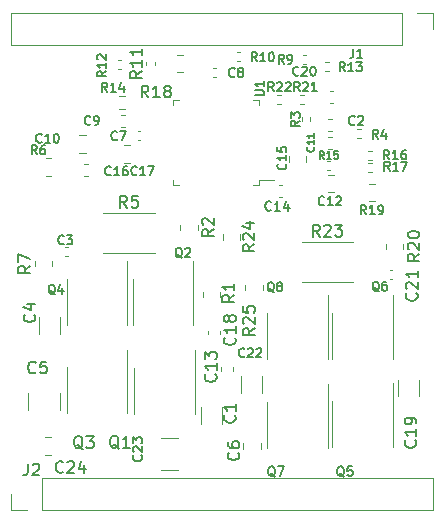
<source format=gbr>
%TF.GenerationSoftware,KiCad,Pcbnew,(6.0.4-0)*%
%TF.CreationDate,2022-08-06T12:57:23-04:00*%
%TF.ProjectId,QuarkCncStepperDrivers,51756172-6b43-46e6-9353-746570706572,rev?*%
%TF.SameCoordinates,Original*%
%TF.FileFunction,Legend,Top*%
%TF.FilePolarity,Positive*%
%FSLAX46Y46*%
G04 Gerber Fmt 4.6, Leading zero omitted, Abs format (unit mm)*
G04 Created by KiCad (PCBNEW (6.0.4-0)) date 2022-08-06 12:57:23*
%MOMM*%
%LPD*%
G01*
G04 APERTURE LIST*
%ADD10C,0.150000*%
%ADD11C,0.120000*%
G04 APERTURE END LIST*
D10*
%TO.C,R24*%
X120849626Y-123002857D02*
X120373436Y-123336190D01*
X120849626Y-123574285D02*
X119849626Y-123574285D01*
X119849626Y-123193333D01*
X119897246Y-123098095D01*
X119944865Y-123050476D01*
X120040103Y-123002857D01*
X120182960Y-123002857D01*
X120278198Y-123050476D01*
X120325817Y-123098095D01*
X120373436Y-123193333D01*
X120373436Y-123574285D01*
X119944865Y-122621904D02*
X119897246Y-122574285D01*
X119849626Y-122479047D01*
X119849626Y-122240952D01*
X119897246Y-122145714D01*
X119944865Y-122098095D01*
X120040103Y-122050476D01*
X120135341Y-122050476D01*
X120278198Y-122098095D01*
X120849626Y-122669523D01*
X120849626Y-122050476D01*
X120182960Y-121193333D02*
X120849626Y-121193333D01*
X119802007Y-121431428D02*
X120516293Y-121669523D01*
X120516293Y-121050476D01*
%TO.C,C4*%
X102211142Y-128944666D02*
X102258761Y-128992285D01*
X102306380Y-129135142D01*
X102306380Y-129230380D01*
X102258761Y-129373238D01*
X102163523Y-129468476D01*
X102068285Y-129516095D01*
X101877809Y-129563714D01*
X101734952Y-129563714D01*
X101544476Y-129516095D01*
X101449238Y-129468476D01*
X101354000Y-129373238D01*
X101306380Y-129230380D01*
X101306380Y-129135142D01*
X101354000Y-128992285D01*
X101401619Y-128944666D01*
X101639714Y-128087523D02*
X102306380Y-128087523D01*
X101258761Y-128325619D02*
X101973047Y-128563714D01*
X101973047Y-127944666D01*
%TO.C,C9*%
X106959400Y-112794142D02*
X106923114Y-112830428D01*
X106814257Y-112866714D01*
X106741685Y-112866714D01*
X106632828Y-112830428D01*
X106560257Y-112757857D01*
X106523971Y-112685285D01*
X106487685Y-112540142D01*
X106487685Y-112431285D01*
X106523971Y-112286142D01*
X106560257Y-112213571D01*
X106632828Y-112141000D01*
X106741685Y-112104714D01*
X106814257Y-112104714D01*
X106923114Y-112141000D01*
X106959400Y-112177285D01*
X107322257Y-112866714D02*
X107467400Y-112866714D01*
X107539971Y-112830428D01*
X107576257Y-112794142D01*
X107648828Y-112685285D01*
X107685114Y-112540142D01*
X107685114Y-112249857D01*
X107648828Y-112177285D01*
X107612542Y-112141000D01*
X107539971Y-112104714D01*
X107394828Y-112104714D01*
X107322257Y-112141000D01*
X107285971Y-112177285D01*
X107249685Y-112249857D01*
X107249685Y-112431285D01*
X107285971Y-112503857D01*
X107322257Y-112540142D01*
X107394828Y-112576428D01*
X107539971Y-112576428D01*
X107612542Y-112540142D01*
X107648828Y-112503857D01*
X107685114Y-112431285D01*
%TO.C,C19*%
X134469142Y-139580857D02*
X134516761Y-139628476D01*
X134564380Y-139771333D01*
X134564380Y-139866571D01*
X134516761Y-140009428D01*
X134421523Y-140104666D01*
X134326285Y-140152285D01*
X134135809Y-140199904D01*
X133992952Y-140199904D01*
X133802476Y-140152285D01*
X133707238Y-140104666D01*
X133612000Y-140009428D01*
X133564380Y-139866571D01*
X133564380Y-139771333D01*
X133612000Y-139628476D01*
X133659619Y-139580857D01*
X134564380Y-138628476D02*
X134564380Y-139199904D01*
X134564380Y-138914190D02*
X133564380Y-138914190D01*
X133707238Y-139009428D01*
X133802476Y-139104666D01*
X133850095Y-139199904D01*
X134564380Y-138152285D02*
X134564380Y-137961809D01*
X134516761Y-137866571D01*
X134469142Y-137818952D01*
X134326285Y-137723714D01*
X134135809Y-137676095D01*
X133754857Y-137676095D01*
X133659619Y-137723714D01*
X133612000Y-137771333D01*
X133564380Y-137866571D01*
X133564380Y-138057047D01*
X133612000Y-138152285D01*
X133659619Y-138199904D01*
X133754857Y-138247523D01*
X133992952Y-138247523D01*
X134088190Y-138199904D01*
X134135809Y-138152285D01*
X134183428Y-138057047D01*
X134183428Y-137866571D01*
X134135809Y-137771333D01*
X134088190Y-137723714D01*
X133992952Y-137676095D01*
%TO.C,Q7*%
X122605809Y-142678095D02*
X122529619Y-142640000D01*
X122453428Y-142563809D01*
X122339142Y-142449523D01*
X122262952Y-142411428D01*
X122186761Y-142411428D01*
X122224857Y-142601904D02*
X122148666Y-142563809D01*
X122072476Y-142487619D01*
X122034380Y-142335238D01*
X122034380Y-142068571D01*
X122072476Y-141916190D01*
X122148666Y-141840000D01*
X122224857Y-141801904D01*
X122377238Y-141801904D01*
X122453428Y-141840000D01*
X122529619Y-141916190D01*
X122567714Y-142068571D01*
X122567714Y-142335238D01*
X122529619Y-142487619D01*
X122453428Y-142563809D01*
X122377238Y-142601904D01*
X122224857Y-142601904D01*
X122834380Y-141801904D02*
X123367714Y-141801904D01*
X123024857Y-142601904D01*
%TO.C,C6*%
X119483142Y-140628666D02*
X119530761Y-140676285D01*
X119578380Y-140819142D01*
X119578380Y-140914380D01*
X119530761Y-141057238D01*
X119435523Y-141152476D01*
X119340285Y-141200095D01*
X119149809Y-141247714D01*
X119006952Y-141247714D01*
X118816476Y-141200095D01*
X118721238Y-141152476D01*
X118626000Y-141057238D01*
X118578380Y-140914380D01*
X118578380Y-140819142D01*
X118626000Y-140676285D01*
X118673619Y-140628666D01*
X118578380Y-139771523D02*
X118578380Y-139962000D01*
X118626000Y-140057238D01*
X118673619Y-140104857D01*
X118816476Y-140200095D01*
X119006952Y-140247714D01*
X119387904Y-140247714D01*
X119483142Y-140200095D01*
X119530761Y-140152476D01*
X119578380Y-140057238D01*
X119578380Y-139866761D01*
X119530761Y-139771523D01*
X119483142Y-139723904D01*
X119387904Y-139676285D01*
X119149809Y-139676285D01*
X119054571Y-139723904D01*
X119006952Y-139771523D01*
X118959333Y-139866761D01*
X118959333Y-140057238D01*
X119006952Y-140152476D01*
X119054571Y-140200095D01*
X119149809Y-140247714D01*
%TO.C,C13*%
X117554388Y-134002857D02*
X117602007Y-134050476D01*
X117649626Y-134193333D01*
X117649626Y-134288571D01*
X117602007Y-134431428D01*
X117506769Y-134526666D01*
X117411531Y-134574285D01*
X117221055Y-134621904D01*
X117078198Y-134621904D01*
X116887722Y-134574285D01*
X116792484Y-134526666D01*
X116697246Y-134431428D01*
X116649626Y-134288571D01*
X116649626Y-134193333D01*
X116697246Y-134050476D01*
X116744865Y-134002857D01*
X117649626Y-133050476D02*
X117649626Y-133621904D01*
X117649626Y-133336190D02*
X116649626Y-133336190D01*
X116792484Y-133431428D01*
X116887722Y-133526666D01*
X116935341Y-133621904D01*
X116649626Y-132717142D02*
X116649626Y-132098095D01*
X117030579Y-132431428D01*
X117030579Y-132288571D01*
X117078198Y-132193333D01*
X117125817Y-132145714D01*
X117221055Y-132098095D01*
X117459150Y-132098095D01*
X117554388Y-132145714D01*
X117602007Y-132193333D01*
X117649626Y-132288571D01*
X117649626Y-132574285D01*
X117602007Y-132669523D01*
X117554388Y-132717142D01*
%TO.C,Q2*%
X114735428Y-124140685D02*
X114662857Y-124104400D01*
X114590285Y-124031828D01*
X114481428Y-123922971D01*
X114408857Y-123886685D01*
X114336285Y-123886685D01*
X114372571Y-124068114D02*
X114300000Y-124031828D01*
X114227428Y-123959257D01*
X114191142Y-123814114D01*
X114191142Y-123560114D01*
X114227428Y-123414971D01*
X114300000Y-123342400D01*
X114372571Y-123306114D01*
X114517714Y-123306114D01*
X114590285Y-123342400D01*
X114662857Y-123414971D01*
X114699142Y-123560114D01*
X114699142Y-123814114D01*
X114662857Y-123959257D01*
X114590285Y-124031828D01*
X114517714Y-124068114D01*
X114372571Y-124068114D01*
X114989428Y-123378685D02*
X115025714Y-123342400D01*
X115098285Y-123306114D01*
X115279714Y-123306114D01*
X115352285Y-123342400D01*
X115388571Y-123378685D01*
X115424857Y-123451257D01*
X115424857Y-123523828D01*
X115388571Y-123632685D01*
X114953142Y-124068114D01*
X115424857Y-124068114D01*
%TO.C,Q1*%
X109378761Y-140307619D02*
X109283523Y-140260000D01*
X109188285Y-140164761D01*
X109045428Y-140021904D01*
X108950190Y-139974285D01*
X108854952Y-139974285D01*
X108902571Y-140212380D02*
X108807333Y-140164761D01*
X108712095Y-140069523D01*
X108664476Y-139879047D01*
X108664476Y-139545714D01*
X108712095Y-139355238D01*
X108807333Y-139260000D01*
X108902571Y-139212380D01*
X109093047Y-139212380D01*
X109188285Y-139260000D01*
X109283523Y-139355238D01*
X109331142Y-139545714D01*
X109331142Y-139879047D01*
X109283523Y-140069523D01*
X109188285Y-140164761D01*
X109093047Y-140212380D01*
X108902571Y-140212380D01*
X110283523Y-140212380D02*
X109712095Y-140212380D01*
X109997809Y-140212380D02*
X109997809Y-139212380D01*
X109902571Y-139355238D01*
X109807333Y-139450476D01*
X109712095Y-139498095D01*
%TO.C,C14*%
X122269314Y-120072114D02*
X122231219Y-120110209D01*
X122116933Y-120148304D01*
X122040742Y-120148304D01*
X121926457Y-120110209D01*
X121850266Y-120034019D01*
X121812171Y-119957828D01*
X121774076Y-119805447D01*
X121774076Y-119691161D01*
X121812171Y-119538780D01*
X121850266Y-119462590D01*
X121926457Y-119386400D01*
X122040742Y-119348304D01*
X122116933Y-119348304D01*
X122231219Y-119386400D01*
X122269314Y-119424495D01*
X123031219Y-120148304D02*
X122574076Y-120148304D01*
X122802647Y-120148304D02*
X122802647Y-119348304D01*
X122726457Y-119462590D01*
X122650266Y-119538780D01*
X122574076Y-119576876D01*
X123716933Y-119614971D02*
X123716933Y-120148304D01*
X123526457Y-119310209D02*
X123335980Y-119881638D01*
X123831219Y-119881638D01*
%TO.C,C5*%
X102322333Y-133834142D02*
X102274714Y-133881761D01*
X102131857Y-133929380D01*
X102036619Y-133929380D01*
X101893761Y-133881761D01*
X101798523Y-133786523D01*
X101750904Y-133691285D01*
X101703285Y-133500809D01*
X101703285Y-133357952D01*
X101750904Y-133167476D01*
X101798523Y-133072238D01*
X101893761Y-132977000D01*
X102036619Y-132929380D01*
X102131857Y-132929380D01*
X102274714Y-132977000D01*
X102322333Y-133024619D01*
X103227095Y-132929380D02*
X102750904Y-132929380D01*
X102703285Y-133405571D01*
X102750904Y-133357952D01*
X102846142Y-133310333D01*
X103084238Y-133310333D01*
X103179476Y-133357952D01*
X103227095Y-133405571D01*
X103274714Y-133500809D01*
X103274714Y-133738904D01*
X103227095Y-133834142D01*
X103179476Y-133881761D01*
X103084238Y-133929380D01*
X102846142Y-133929380D01*
X102750904Y-133881761D01*
X102703285Y-133834142D01*
%TO.C,R3*%
X124677714Y-112547400D02*
X124314857Y-112801400D01*
X124677714Y-112982828D02*
X123915714Y-112982828D01*
X123915714Y-112692542D01*
X123952000Y-112619971D01*
X123988285Y-112583685D01*
X124060857Y-112547400D01*
X124169714Y-112547400D01*
X124242285Y-112583685D01*
X124278571Y-112619971D01*
X124314857Y-112692542D01*
X124314857Y-112982828D01*
X123915714Y-112293400D02*
X123915714Y-111821685D01*
X124206000Y-112075685D01*
X124206000Y-111966828D01*
X124242285Y-111894257D01*
X124278571Y-111857971D01*
X124351142Y-111821685D01*
X124532571Y-111821685D01*
X124605142Y-111857971D01*
X124641428Y-111894257D01*
X124677714Y-111966828D01*
X124677714Y-112184542D01*
X124641428Y-112257114D01*
X124605142Y-112293400D01*
%TO.C,J1*%
X129235200Y-106440514D02*
X129235200Y-106984800D01*
X129198914Y-107093657D01*
X129126342Y-107166228D01*
X129017485Y-107202514D01*
X128944914Y-107202514D01*
X129997200Y-107202514D02*
X129561771Y-107202514D01*
X129779485Y-107202514D02*
X129779485Y-106440514D01*
X129706914Y-106549371D01*
X129634342Y-106621942D01*
X129561771Y-106658228D01*
%TO.C,Q8*%
X122507828Y-127036285D02*
X122435257Y-127000000D01*
X122362685Y-126927428D01*
X122253828Y-126818571D01*
X122181257Y-126782285D01*
X122108685Y-126782285D01*
X122144971Y-126963714D02*
X122072400Y-126927428D01*
X121999828Y-126854857D01*
X121963542Y-126709714D01*
X121963542Y-126455714D01*
X121999828Y-126310571D01*
X122072400Y-126238000D01*
X122144971Y-126201714D01*
X122290114Y-126201714D01*
X122362685Y-126238000D01*
X122435257Y-126310571D01*
X122471542Y-126455714D01*
X122471542Y-126709714D01*
X122435257Y-126854857D01*
X122362685Y-126927428D01*
X122290114Y-126963714D01*
X122144971Y-126963714D01*
X122906971Y-126528285D02*
X122834400Y-126492000D01*
X122798114Y-126455714D01*
X122761828Y-126383142D01*
X122761828Y-126346857D01*
X122798114Y-126274285D01*
X122834400Y-126238000D01*
X122906971Y-126201714D01*
X123052114Y-126201714D01*
X123124685Y-126238000D01*
X123160971Y-126274285D01*
X123197257Y-126346857D01*
X123197257Y-126383142D01*
X123160971Y-126455714D01*
X123124685Y-126492000D01*
X123052114Y-126528285D01*
X122906971Y-126528285D01*
X122834400Y-126564571D01*
X122798114Y-126600857D01*
X122761828Y-126673428D01*
X122761828Y-126818571D01*
X122798114Y-126891142D01*
X122834400Y-126927428D01*
X122906971Y-126963714D01*
X123052114Y-126963714D01*
X123124685Y-126927428D01*
X123160971Y-126891142D01*
X123197257Y-126818571D01*
X123197257Y-126673428D01*
X123160971Y-126600857D01*
X123124685Y-126564571D01*
X123052114Y-126528285D01*
%TO.C,C15*%
X123487542Y-116186857D02*
X123523828Y-116223142D01*
X123560114Y-116332000D01*
X123560114Y-116404571D01*
X123523828Y-116513428D01*
X123451257Y-116586000D01*
X123378685Y-116622285D01*
X123233542Y-116658571D01*
X123124685Y-116658571D01*
X122979542Y-116622285D01*
X122906971Y-116586000D01*
X122834400Y-116513428D01*
X122798114Y-116404571D01*
X122798114Y-116332000D01*
X122834400Y-116223142D01*
X122870685Y-116186857D01*
X123560114Y-115461142D02*
X123560114Y-115896571D01*
X123560114Y-115678857D02*
X122798114Y-115678857D01*
X122906971Y-115751428D01*
X122979542Y-115824000D01*
X123015828Y-115896571D01*
X122798114Y-114771714D02*
X122798114Y-115134571D01*
X123160971Y-115170857D01*
X123124685Y-115134571D01*
X123088400Y-115062000D01*
X123088400Y-114880571D01*
X123124685Y-114808000D01*
X123160971Y-114771714D01*
X123233542Y-114735428D01*
X123414971Y-114735428D01*
X123487542Y-114771714D01*
X123523828Y-114808000D01*
X123560114Y-114880571D01*
X123560114Y-115062000D01*
X123523828Y-115134571D01*
X123487542Y-115170857D01*
%TO.C,J2*%
X101647666Y-141565380D02*
X101647666Y-142279666D01*
X101600047Y-142422523D01*
X101504809Y-142517761D01*
X101361952Y-142565380D01*
X101266714Y-142565380D01*
X102076238Y-141660619D02*
X102123857Y-141613000D01*
X102219095Y-141565380D01*
X102457190Y-141565380D01*
X102552428Y-141613000D01*
X102600047Y-141660619D01*
X102647666Y-141755857D01*
X102647666Y-141851095D01*
X102600047Y-141993952D01*
X102028619Y-142565380D01*
X102647666Y-142565380D01*
%TO.C,C1*%
X119177142Y-137466667D02*
X119224761Y-137514286D01*
X119272380Y-137657143D01*
X119272380Y-137752381D01*
X119224761Y-137895239D01*
X119129523Y-137990477D01*
X119034285Y-138038096D01*
X118843809Y-138085715D01*
X118700952Y-138085715D01*
X118510476Y-138038096D01*
X118415238Y-137990477D01*
X118320000Y-137895239D01*
X118272380Y-137752381D01*
X118272380Y-137657143D01*
X118320000Y-137514286D01*
X118367619Y-137466667D01*
X119272380Y-136514286D02*
X119272380Y-137085715D01*
X119272380Y-136800001D02*
X118272380Y-136800001D01*
X118415238Y-136895239D01*
X118510476Y-136990477D01*
X118558095Y-137085715D01*
%TO.C,R4*%
X131318000Y-114035114D02*
X131064000Y-113672257D01*
X130882571Y-114035114D02*
X130882571Y-113273114D01*
X131172857Y-113273114D01*
X131245428Y-113309400D01*
X131281714Y-113345685D01*
X131318000Y-113418257D01*
X131318000Y-113527114D01*
X131281714Y-113599685D01*
X131245428Y-113635971D01*
X131172857Y-113672257D01*
X130882571Y-113672257D01*
X131971142Y-113527114D02*
X131971142Y-114035114D01*
X131789714Y-113236828D02*
X131608285Y-113781114D01*
X132080000Y-113781114D01*
%TO.C,Q6*%
X131397828Y-126985485D02*
X131325257Y-126949200D01*
X131252685Y-126876628D01*
X131143828Y-126767771D01*
X131071257Y-126731485D01*
X130998685Y-126731485D01*
X131034971Y-126912914D02*
X130962400Y-126876628D01*
X130889828Y-126804057D01*
X130853542Y-126658914D01*
X130853542Y-126404914D01*
X130889828Y-126259771D01*
X130962400Y-126187200D01*
X131034971Y-126150914D01*
X131180114Y-126150914D01*
X131252685Y-126187200D01*
X131325257Y-126259771D01*
X131361542Y-126404914D01*
X131361542Y-126658914D01*
X131325257Y-126804057D01*
X131252685Y-126876628D01*
X131180114Y-126912914D01*
X131034971Y-126912914D01*
X132014685Y-126150914D02*
X131869542Y-126150914D01*
X131796971Y-126187200D01*
X131760685Y-126223485D01*
X131688114Y-126332342D01*
X131651828Y-126477485D01*
X131651828Y-126767771D01*
X131688114Y-126840342D01*
X131724400Y-126876628D01*
X131796971Y-126912914D01*
X131942114Y-126912914D01*
X132014685Y-126876628D01*
X132050971Y-126840342D01*
X132087257Y-126767771D01*
X132087257Y-126586342D01*
X132050971Y-126513771D01*
X132014685Y-126477485D01*
X131942114Y-126441200D01*
X131796971Y-126441200D01*
X131724400Y-126477485D01*
X131688114Y-126513771D01*
X131651828Y-126586342D01*
%TO.C,R20*%
X134822380Y-123802857D02*
X134346190Y-124136190D01*
X134822380Y-124374285D02*
X133822380Y-124374285D01*
X133822380Y-123993333D01*
X133870000Y-123898095D01*
X133917619Y-123850476D01*
X134012857Y-123802857D01*
X134155714Y-123802857D01*
X134250952Y-123850476D01*
X134298571Y-123898095D01*
X134346190Y-123993333D01*
X134346190Y-124374285D01*
X133917619Y-123421904D02*
X133870000Y-123374285D01*
X133822380Y-123279047D01*
X133822380Y-123040952D01*
X133870000Y-122945714D01*
X133917619Y-122898095D01*
X134012857Y-122850476D01*
X134108095Y-122850476D01*
X134250952Y-122898095D01*
X134822380Y-123469523D01*
X134822380Y-122850476D01*
X133822380Y-122231428D02*
X133822380Y-122136190D01*
X133870000Y-122040952D01*
X133917619Y-121993333D01*
X134012857Y-121945714D01*
X134203333Y-121898095D01*
X134441428Y-121898095D01*
X134631904Y-121945714D01*
X134727142Y-121993333D01*
X134774761Y-122040952D01*
X134822380Y-122136190D01*
X134822380Y-122231428D01*
X134774761Y-122326666D01*
X134727142Y-122374285D01*
X134631904Y-122421904D01*
X134441428Y-122469523D01*
X134203333Y-122469523D01*
X134012857Y-122421904D01*
X133917619Y-122374285D01*
X133870000Y-122326666D01*
X133822380Y-122231428D01*
%TO.C,R15*%
X126744185Y-115755661D02*
X126532519Y-115453280D01*
X126381328Y-115755661D02*
X126381328Y-115120661D01*
X126623233Y-115120661D01*
X126683709Y-115150900D01*
X126713947Y-115181138D01*
X126744185Y-115241614D01*
X126744185Y-115332328D01*
X126713947Y-115392804D01*
X126683709Y-115423042D01*
X126623233Y-115453280D01*
X126381328Y-115453280D01*
X127348947Y-115755661D02*
X126986090Y-115755661D01*
X127167519Y-115755661D02*
X127167519Y-115120661D01*
X127107042Y-115211376D01*
X127046566Y-115271852D01*
X126986090Y-115302090D01*
X127923471Y-115120661D02*
X127621090Y-115120661D01*
X127590852Y-115423042D01*
X127621090Y-115392804D01*
X127681566Y-115362566D01*
X127832757Y-115362566D01*
X127893233Y-115392804D01*
X127923471Y-115423042D01*
X127953709Y-115483519D01*
X127953709Y-115634709D01*
X127923471Y-115695185D01*
X127893233Y-115725423D01*
X127832757Y-115755661D01*
X127681566Y-115755661D01*
X127621090Y-115725423D01*
X127590852Y-115695185D01*
%TO.C,C18*%
X119177142Y-130902858D02*
X119224761Y-130950477D01*
X119272380Y-131093334D01*
X119272380Y-131188572D01*
X119224761Y-131331429D01*
X119129523Y-131426667D01*
X119034285Y-131474286D01*
X118843809Y-131521905D01*
X118700952Y-131521905D01*
X118510476Y-131474286D01*
X118415238Y-131426667D01*
X118320000Y-131331429D01*
X118272380Y-131188572D01*
X118272380Y-131093334D01*
X118320000Y-130950477D01*
X118367619Y-130902858D01*
X119272380Y-129950477D02*
X119272380Y-130521905D01*
X119272380Y-130236191D02*
X118272380Y-130236191D01*
X118415238Y-130331429D01*
X118510476Y-130426667D01*
X118558095Y-130521905D01*
X118700952Y-129379048D02*
X118653333Y-129474286D01*
X118605714Y-129521905D01*
X118510476Y-129569524D01*
X118462857Y-129569524D01*
X118367619Y-129521905D01*
X118320000Y-129474286D01*
X118272380Y-129379048D01*
X118272380Y-129188572D01*
X118320000Y-129093334D01*
X118367619Y-129045715D01*
X118462857Y-128998096D01*
X118510476Y-128998096D01*
X118605714Y-129045715D01*
X118653333Y-129093334D01*
X118700952Y-129188572D01*
X118700952Y-129379048D01*
X118748571Y-129474286D01*
X118796190Y-129521905D01*
X118891428Y-129569524D01*
X119081904Y-129569524D01*
X119177142Y-129521905D01*
X119224761Y-129474286D01*
X119272380Y-129379048D01*
X119272380Y-129188572D01*
X119224761Y-129093334D01*
X119177142Y-129045715D01*
X119081904Y-128998096D01*
X118891428Y-128998096D01*
X118796190Y-129045715D01*
X118748571Y-129093334D01*
X118700952Y-129188572D01*
%TO.C,R12*%
X108294714Y-108338257D02*
X107931857Y-108592257D01*
X108294714Y-108773685D02*
X107532714Y-108773685D01*
X107532714Y-108483400D01*
X107569000Y-108410828D01*
X107605285Y-108374542D01*
X107677857Y-108338257D01*
X107786714Y-108338257D01*
X107859285Y-108374542D01*
X107895571Y-108410828D01*
X107931857Y-108483400D01*
X107931857Y-108773685D01*
X108294714Y-107612542D02*
X108294714Y-108047971D01*
X108294714Y-107830257D02*
X107532714Y-107830257D01*
X107641571Y-107902828D01*
X107714142Y-107975400D01*
X107750428Y-108047971D01*
X107605285Y-107322257D02*
X107569000Y-107285971D01*
X107532714Y-107213400D01*
X107532714Y-107031971D01*
X107569000Y-106959400D01*
X107605285Y-106923114D01*
X107677857Y-106886828D01*
X107750428Y-106886828D01*
X107859285Y-106923114D01*
X108294714Y-107358542D01*
X108294714Y-106886828D01*
%TO.C,C21*%
X134577141Y-127134857D02*
X134624760Y-127182476D01*
X134672379Y-127325333D01*
X134672379Y-127420571D01*
X134624760Y-127563428D01*
X134529522Y-127658666D01*
X134434284Y-127706285D01*
X134243808Y-127753904D01*
X134100951Y-127753904D01*
X133910475Y-127706285D01*
X133815237Y-127658666D01*
X133719999Y-127563428D01*
X133672379Y-127420571D01*
X133672379Y-127325333D01*
X133719999Y-127182476D01*
X133767618Y-127134857D01*
X133767618Y-126753904D02*
X133719999Y-126706285D01*
X133672379Y-126611047D01*
X133672379Y-126372952D01*
X133719999Y-126277714D01*
X133767618Y-126230095D01*
X133862856Y-126182476D01*
X133958094Y-126182476D01*
X134100951Y-126230095D01*
X134672379Y-126801523D01*
X134672379Y-126182476D01*
X134672379Y-125230095D02*
X134672379Y-125801523D01*
X134672379Y-125515809D02*
X133672379Y-125515809D01*
X133815237Y-125611047D01*
X133910475Y-125706285D01*
X133958094Y-125801523D01*
%TO.C,C22*%
X120015103Y-132467857D02*
X119979388Y-132503571D01*
X119872246Y-132539285D01*
X119800817Y-132539285D01*
X119693674Y-132503571D01*
X119622246Y-132432142D01*
X119586531Y-132360714D01*
X119550817Y-132217857D01*
X119550817Y-132110714D01*
X119586531Y-131967857D01*
X119622246Y-131896428D01*
X119693674Y-131825000D01*
X119800817Y-131789285D01*
X119872246Y-131789285D01*
X119979388Y-131825000D01*
X120015103Y-131860714D01*
X120300817Y-131860714D02*
X120336531Y-131825000D01*
X120407960Y-131789285D01*
X120586531Y-131789285D01*
X120657960Y-131825000D01*
X120693674Y-131860714D01*
X120729388Y-131932142D01*
X120729388Y-132003571D01*
X120693674Y-132110714D01*
X120265103Y-132539285D01*
X120729388Y-132539285D01*
X121015103Y-131860714D02*
X121050817Y-131825000D01*
X121122246Y-131789285D01*
X121300817Y-131789285D01*
X121372246Y-131825000D01*
X121407960Y-131860714D01*
X121443674Y-131932142D01*
X121443674Y-132003571D01*
X121407960Y-132110714D01*
X120979388Y-132539285D01*
X121443674Y-132539285D01*
%TO.C,R5*%
X110069333Y-119879380D02*
X109736000Y-119403190D01*
X109497904Y-119879380D02*
X109497904Y-118879380D01*
X109878857Y-118879380D01*
X109974095Y-118927000D01*
X110021714Y-118974619D01*
X110069333Y-119069857D01*
X110069333Y-119212714D01*
X110021714Y-119307952D01*
X109974095Y-119355571D01*
X109878857Y-119403190D01*
X109497904Y-119403190D01*
X110974095Y-118879380D02*
X110497904Y-118879380D01*
X110450285Y-119355571D01*
X110497904Y-119307952D01*
X110593142Y-119260333D01*
X110831238Y-119260333D01*
X110926476Y-119307952D01*
X110974095Y-119355571D01*
X111021714Y-119450809D01*
X111021714Y-119688904D01*
X110974095Y-119784142D01*
X110926476Y-119831761D01*
X110831238Y-119879380D01*
X110593142Y-119879380D01*
X110497904Y-119831761D01*
X110450285Y-119784142D01*
%TO.C,R13*%
X128516742Y-108345514D02*
X128262742Y-107982657D01*
X128081314Y-108345514D02*
X128081314Y-107583514D01*
X128371600Y-107583514D01*
X128444171Y-107619800D01*
X128480457Y-107656085D01*
X128516742Y-107728657D01*
X128516742Y-107837514D01*
X128480457Y-107910085D01*
X128444171Y-107946371D01*
X128371600Y-107982657D01*
X128081314Y-107982657D01*
X129242457Y-108345514D02*
X128807028Y-108345514D01*
X129024742Y-108345514D02*
X129024742Y-107583514D01*
X128952171Y-107692371D01*
X128879600Y-107764942D01*
X128807028Y-107801228D01*
X129496457Y-107583514D02*
X129968171Y-107583514D01*
X129714171Y-107873800D01*
X129823028Y-107873800D01*
X129895600Y-107910085D01*
X129931885Y-107946371D01*
X129968171Y-108018942D01*
X129968171Y-108200371D01*
X129931885Y-108272942D01*
X129895600Y-108309228D01*
X129823028Y-108345514D01*
X129605314Y-108345514D01*
X129532742Y-108309228D01*
X129496457Y-108272942D01*
%TO.C,R23*%
X126387142Y-122337380D02*
X126053809Y-121861190D01*
X125815714Y-122337380D02*
X125815714Y-121337380D01*
X126196666Y-121337380D01*
X126291904Y-121385000D01*
X126339523Y-121432619D01*
X126387142Y-121527857D01*
X126387142Y-121670714D01*
X126339523Y-121765952D01*
X126291904Y-121813571D01*
X126196666Y-121861190D01*
X125815714Y-121861190D01*
X126768095Y-121432619D02*
X126815714Y-121385000D01*
X126910952Y-121337380D01*
X127149047Y-121337380D01*
X127244285Y-121385000D01*
X127291904Y-121432619D01*
X127339523Y-121527857D01*
X127339523Y-121623095D01*
X127291904Y-121765952D01*
X126720476Y-122337380D01*
X127339523Y-122337380D01*
X127672857Y-121337380D02*
X128291904Y-121337380D01*
X127958571Y-121718333D01*
X128101428Y-121718333D01*
X128196666Y-121765952D01*
X128244285Y-121813571D01*
X128291904Y-121908809D01*
X128291904Y-122146904D01*
X128244285Y-122242142D01*
X128196666Y-122289761D01*
X128101428Y-122337380D01*
X127815714Y-122337380D01*
X127720476Y-122289761D01*
X127672857Y-122242142D01*
%TO.C,R9*%
X123342400Y-107685114D02*
X123088400Y-107322257D01*
X122906971Y-107685114D02*
X122906971Y-106923114D01*
X123197257Y-106923114D01*
X123269828Y-106959400D01*
X123306114Y-106995685D01*
X123342400Y-107068257D01*
X123342400Y-107177114D01*
X123306114Y-107249685D01*
X123269828Y-107285971D01*
X123197257Y-107322257D01*
X122906971Y-107322257D01*
X123705257Y-107685114D02*
X123850400Y-107685114D01*
X123922971Y-107648828D01*
X123959257Y-107612542D01*
X124031828Y-107503685D01*
X124068114Y-107358542D01*
X124068114Y-107068257D01*
X124031828Y-106995685D01*
X123995542Y-106959400D01*
X123922971Y-106923114D01*
X123777828Y-106923114D01*
X123705257Y-106959400D01*
X123668971Y-106995685D01*
X123632685Y-107068257D01*
X123632685Y-107249685D01*
X123668971Y-107322257D01*
X123705257Y-107358542D01*
X123777828Y-107394828D01*
X123922971Y-107394828D01*
X123995542Y-107358542D01*
X124031828Y-107322257D01*
X124068114Y-107249685D01*
%TO.C,C23*%
X111283714Y-140849285D02*
X111321809Y-140887380D01*
X111359904Y-141001666D01*
X111359904Y-141077857D01*
X111321809Y-141192142D01*
X111245619Y-141268333D01*
X111169428Y-141306428D01*
X111017047Y-141344523D01*
X110902761Y-141344523D01*
X110750380Y-141306428D01*
X110674190Y-141268333D01*
X110598000Y-141192142D01*
X110559904Y-141077857D01*
X110559904Y-141001666D01*
X110598000Y-140887380D01*
X110636095Y-140849285D01*
X110636095Y-140544523D02*
X110598000Y-140506428D01*
X110559904Y-140430238D01*
X110559904Y-140239761D01*
X110598000Y-140163571D01*
X110636095Y-140125476D01*
X110712285Y-140087380D01*
X110788476Y-140087380D01*
X110902761Y-140125476D01*
X111359904Y-140582619D01*
X111359904Y-140087380D01*
X110559904Y-139820714D02*
X110559904Y-139325476D01*
X110864666Y-139592142D01*
X110864666Y-139477857D01*
X110902761Y-139401666D01*
X110940857Y-139363571D01*
X111017047Y-139325476D01*
X111207523Y-139325476D01*
X111283714Y-139363571D01*
X111321809Y-139401666D01*
X111359904Y-139477857D01*
X111359904Y-139706428D01*
X111321809Y-139782619D01*
X111283714Y-139820714D01*
%TO.C,C2*%
X129336800Y-112819542D02*
X129300514Y-112855828D01*
X129191657Y-112892114D01*
X129119085Y-112892114D01*
X129010228Y-112855828D01*
X128937657Y-112783257D01*
X128901371Y-112710685D01*
X128865085Y-112565542D01*
X128865085Y-112456685D01*
X128901371Y-112311542D01*
X128937657Y-112238971D01*
X129010228Y-112166400D01*
X129119085Y-112130114D01*
X129191657Y-112130114D01*
X129300514Y-112166400D01*
X129336800Y-112202685D01*
X129627085Y-112202685D02*
X129663371Y-112166400D01*
X129735942Y-112130114D01*
X129917371Y-112130114D01*
X129989942Y-112166400D01*
X130026228Y-112202685D01*
X130062514Y-112275257D01*
X130062514Y-112347828D01*
X130026228Y-112456685D01*
X129590800Y-112892114D01*
X130062514Y-112892114D01*
%TO.C,C17*%
X110889142Y-117061342D02*
X110852857Y-117097628D01*
X110744000Y-117133914D01*
X110671428Y-117133914D01*
X110562571Y-117097628D01*
X110490000Y-117025057D01*
X110453714Y-116952485D01*
X110417428Y-116807342D01*
X110417428Y-116698485D01*
X110453714Y-116553342D01*
X110490000Y-116480771D01*
X110562571Y-116408200D01*
X110671428Y-116371914D01*
X110744000Y-116371914D01*
X110852857Y-116408200D01*
X110889142Y-116444485D01*
X111614857Y-117133914D02*
X111179428Y-117133914D01*
X111397142Y-117133914D02*
X111397142Y-116371914D01*
X111324571Y-116480771D01*
X111252000Y-116553342D01*
X111179428Y-116589628D01*
X111868857Y-116371914D02*
X112376857Y-116371914D01*
X112050285Y-117133914D01*
%TO.C,C12*%
X126764142Y-119626742D02*
X126727857Y-119663028D01*
X126619000Y-119699314D01*
X126546428Y-119699314D01*
X126437571Y-119663028D01*
X126365000Y-119590457D01*
X126328714Y-119517885D01*
X126292428Y-119372742D01*
X126292428Y-119263885D01*
X126328714Y-119118742D01*
X126365000Y-119046171D01*
X126437571Y-118973600D01*
X126546428Y-118937314D01*
X126619000Y-118937314D01*
X126727857Y-118973600D01*
X126764142Y-119009885D01*
X127489857Y-119699314D02*
X127054428Y-119699314D01*
X127272142Y-119699314D02*
X127272142Y-118937314D01*
X127199571Y-119046171D01*
X127127000Y-119118742D01*
X127054428Y-119155028D01*
X127780142Y-119009885D02*
X127816428Y-118973600D01*
X127889000Y-118937314D01*
X128070428Y-118937314D01*
X128143000Y-118973600D01*
X128179285Y-119009885D01*
X128215571Y-119082457D01*
X128215571Y-119155028D01*
X128179285Y-119263885D01*
X127743857Y-119699314D01*
X128215571Y-119699314D01*
%TO.C,C3*%
X104724200Y-122928742D02*
X104687914Y-122965028D01*
X104579057Y-123001314D01*
X104506485Y-123001314D01*
X104397628Y-122965028D01*
X104325057Y-122892457D01*
X104288771Y-122819885D01*
X104252485Y-122674742D01*
X104252485Y-122565885D01*
X104288771Y-122420742D01*
X104325057Y-122348171D01*
X104397628Y-122275600D01*
X104506485Y-122239314D01*
X104579057Y-122239314D01*
X104687914Y-122275600D01*
X104724200Y-122311885D01*
X104978200Y-122239314D02*
X105449914Y-122239314D01*
X105195914Y-122529600D01*
X105304771Y-122529600D01*
X105377342Y-122565885D01*
X105413628Y-122602171D01*
X105449914Y-122674742D01*
X105449914Y-122856171D01*
X105413628Y-122928742D01*
X105377342Y-122965028D01*
X105304771Y-123001314D01*
X105087057Y-123001314D01*
X105014485Y-122965028D01*
X104978200Y-122928742D01*
%TO.C,C20*%
X124579742Y-108628542D02*
X124543457Y-108664828D01*
X124434600Y-108701114D01*
X124362028Y-108701114D01*
X124253171Y-108664828D01*
X124180600Y-108592257D01*
X124144314Y-108519685D01*
X124108028Y-108374542D01*
X124108028Y-108265685D01*
X124144314Y-108120542D01*
X124180600Y-108047971D01*
X124253171Y-107975400D01*
X124362028Y-107939114D01*
X124434600Y-107939114D01*
X124543457Y-107975400D01*
X124579742Y-108011685D01*
X124870028Y-108011685D02*
X124906314Y-107975400D01*
X124978885Y-107939114D01*
X125160314Y-107939114D01*
X125232885Y-107975400D01*
X125269171Y-108011685D01*
X125305457Y-108084257D01*
X125305457Y-108156828D01*
X125269171Y-108265685D01*
X124833742Y-108701114D01*
X125305457Y-108701114D01*
X125777171Y-107939114D02*
X125849742Y-107939114D01*
X125922314Y-107975400D01*
X125958600Y-108011685D01*
X125994885Y-108084257D01*
X126031171Y-108229400D01*
X126031171Y-108410828D01*
X125994885Y-108555971D01*
X125958600Y-108628542D01*
X125922314Y-108664828D01*
X125849742Y-108701114D01*
X125777171Y-108701114D01*
X125704600Y-108664828D01*
X125668314Y-108628542D01*
X125632028Y-108555971D01*
X125595742Y-108410828D01*
X125595742Y-108229400D01*
X125632028Y-108084257D01*
X125668314Y-108011685D01*
X125704600Y-107975400D01*
X125777171Y-107939114D01*
%TO.C,R2*%
X117422380Y-121726666D02*
X116946190Y-122060000D01*
X117422380Y-122298095D02*
X116422380Y-122298095D01*
X116422380Y-121917142D01*
X116470000Y-121821904D01*
X116517619Y-121774285D01*
X116612857Y-121726666D01*
X116755714Y-121726666D01*
X116850952Y-121774285D01*
X116898571Y-121821904D01*
X116946190Y-121917142D01*
X116946190Y-122298095D01*
X116517619Y-121345714D02*
X116470000Y-121298095D01*
X116422380Y-121202857D01*
X116422380Y-120964761D01*
X116470000Y-120869523D01*
X116517619Y-120821904D01*
X116612857Y-120774285D01*
X116708095Y-120774285D01*
X116850952Y-120821904D01*
X117422380Y-121393333D01*
X117422380Y-120774285D01*
%TO.C,R21*%
X124681342Y-110021914D02*
X124427342Y-109659057D01*
X124245914Y-110021914D02*
X124245914Y-109259914D01*
X124536200Y-109259914D01*
X124608771Y-109296200D01*
X124645057Y-109332485D01*
X124681342Y-109405057D01*
X124681342Y-109513914D01*
X124645057Y-109586485D01*
X124608771Y-109622771D01*
X124536200Y-109659057D01*
X124245914Y-109659057D01*
X124971628Y-109332485D02*
X125007914Y-109296200D01*
X125080485Y-109259914D01*
X125261914Y-109259914D01*
X125334485Y-109296200D01*
X125370771Y-109332485D01*
X125407057Y-109405057D01*
X125407057Y-109477628D01*
X125370771Y-109586485D01*
X124935342Y-110021914D01*
X125407057Y-110021914D01*
X126132771Y-110021914D02*
X125697342Y-110021914D01*
X125915057Y-110021914D02*
X125915057Y-109259914D01*
X125842485Y-109368771D01*
X125769914Y-109441342D01*
X125697342Y-109477628D01*
%TO.C,R7*%
X101872380Y-124811666D02*
X101396190Y-125145000D01*
X101872380Y-125383095D02*
X100872380Y-125383095D01*
X100872380Y-125002142D01*
X100920000Y-124906904D01*
X100967619Y-124859285D01*
X101062857Y-124811666D01*
X101205714Y-124811666D01*
X101300952Y-124859285D01*
X101348571Y-124906904D01*
X101396190Y-125002142D01*
X101396190Y-125383095D01*
X100872380Y-124478333D02*
X100872380Y-123811666D01*
X101872380Y-124240238D01*
%TO.C,Q5*%
X128447809Y-142678095D02*
X128371619Y-142640000D01*
X128295428Y-142563809D01*
X128181142Y-142449523D01*
X128104952Y-142411428D01*
X128028761Y-142411428D01*
X128066857Y-142601904D02*
X127990666Y-142563809D01*
X127914476Y-142487619D01*
X127876380Y-142335238D01*
X127876380Y-142068571D01*
X127914476Y-141916190D01*
X127990666Y-141840000D01*
X128066857Y-141801904D01*
X128219238Y-141801904D01*
X128295428Y-141840000D01*
X128371619Y-141916190D01*
X128409714Y-142068571D01*
X128409714Y-142335238D01*
X128371619Y-142487619D01*
X128295428Y-142563809D01*
X128219238Y-142601904D01*
X128066857Y-142601904D01*
X129133523Y-141801904D02*
X128752571Y-141801904D01*
X128714476Y-142182857D01*
X128752571Y-142144761D01*
X128828761Y-142106666D01*
X129019238Y-142106666D01*
X129095428Y-142144761D01*
X129133523Y-142182857D01*
X129171619Y-142259047D01*
X129171619Y-142449523D01*
X129133523Y-142525714D01*
X129095428Y-142563809D01*
X129019238Y-142601904D01*
X128828761Y-142601904D01*
X128752571Y-142563809D01*
X128714476Y-142525714D01*
%TO.C,C11*%
X125871514Y-114768085D02*
X125900542Y-114797114D01*
X125929571Y-114884200D01*
X125929571Y-114942257D01*
X125900542Y-115029342D01*
X125842485Y-115087400D01*
X125784428Y-115116428D01*
X125668314Y-115145457D01*
X125581228Y-115145457D01*
X125465114Y-115116428D01*
X125407057Y-115087400D01*
X125349000Y-115029342D01*
X125319971Y-114942257D01*
X125319971Y-114884200D01*
X125349000Y-114797114D01*
X125378028Y-114768085D01*
X125929571Y-114187514D02*
X125929571Y-114535857D01*
X125929571Y-114361685D02*
X125319971Y-114361685D01*
X125407057Y-114419742D01*
X125465114Y-114477800D01*
X125494142Y-114535857D01*
X125929571Y-113606942D02*
X125929571Y-113955285D01*
X125929571Y-113781114D02*
X125319971Y-113781114D01*
X125407057Y-113839171D01*
X125465114Y-113897228D01*
X125494142Y-113955285D01*
%TO.C,Q3*%
X106330761Y-140347619D02*
X106235523Y-140300000D01*
X106140285Y-140204761D01*
X105997428Y-140061904D01*
X105902190Y-140014285D01*
X105806952Y-140014285D01*
X105854571Y-140252380D02*
X105759333Y-140204761D01*
X105664095Y-140109523D01*
X105616476Y-139919047D01*
X105616476Y-139585714D01*
X105664095Y-139395238D01*
X105759333Y-139300000D01*
X105854571Y-139252380D01*
X106045047Y-139252380D01*
X106140285Y-139300000D01*
X106235523Y-139395238D01*
X106283142Y-139585714D01*
X106283142Y-139919047D01*
X106235523Y-140109523D01*
X106140285Y-140204761D01*
X106045047Y-140252380D01*
X105854571Y-140252380D01*
X106616476Y-139252380D02*
X107235523Y-139252380D01*
X106902190Y-139633333D01*
X107045047Y-139633333D01*
X107140285Y-139680952D01*
X107187904Y-139728571D01*
X107235523Y-139823809D01*
X107235523Y-140061904D01*
X107187904Y-140157142D01*
X107140285Y-140204761D01*
X107045047Y-140252380D01*
X106759333Y-140252380D01*
X106664095Y-140204761D01*
X106616476Y-140157142D01*
%TO.C,R19*%
X130320142Y-120435914D02*
X130066142Y-120073057D01*
X129884714Y-120435914D02*
X129884714Y-119673914D01*
X130175000Y-119673914D01*
X130247571Y-119710200D01*
X130283857Y-119746485D01*
X130320142Y-119819057D01*
X130320142Y-119927914D01*
X130283857Y-120000485D01*
X130247571Y-120036771D01*
X130175000Y-120073057D01*
X129884714Y-120073057D01*
X131045857Y-120435914D02*
X130610428Y-120435914D01*
X130828142Y-120435914D02*
X130828142Y-119673914D01*
X130755571Y-119782771D01*
X130683000Y-119855342D01*
X130610428Y-119891628D01*
X131408714Y-120435914D02*
X131553857Y-120435914D01*
X131626428Y-120399628D01*
X131662714Y-120363342D01*
X131735285Y-120254485D01*
X131771571Y-120109342D01*
X131771571Y-119819057D01*
X131735285Y-119746485D01*
X131699000Y-119710200D01*
X131626428Y-119673914D01*
X131481285Y-119673914D01*
X131408714Y-119710200D01*
X131372428Y-119746485D01*
X131336142Y-119819057D01*
X131336142Y-120000485D01*
X131372428Y-120073057D01*
X131408714Y-120109342D01*
X131481285Y-120145628D01*
X131626428Y-120145628D01*
X131699000Y-120109342D01*
X131735285Y-120073057D01*
X131771571Y-120000485D01*
%TO.C,Q4*%
X103965828Y-127239485D02*
X103893257Y-127203200D01*
X103820685Y-127130628D01*
X103711828Y-127021771D01*
X103639257Y-126985485D01*
X103566685Y-126985485D01*
X103602971Y-127166914D02*
X103530400Y-127130628D01*
X103457828Y-127058057D01*
X103421542Y-126912914D01*
X103421542Y-126658914D01*
X103457828Y-126513771D01*
X103530400Y-126441200D01*
X103602971Y-126404914D01*
X103748114Y-126404914D01*
X103820685Y-126441200D01*
X103893257Y-126513771D01*
X103929542Y-126658914D01*
X103929542Y-126912914D01*
X103893257Y-127058057D01*
X103820685Y-127130628D01*
X103748114Y-127166914D01*
X103602971Y-127166914D01*
X104582685Y-126658914D02*
X104582685Y-127166914D01*
X104401257Y-126368628D02*
X104219828Y-126912914D01*
X104691542Y-126912914D01*
%TO.C,R1*%
X119149626Y-127266666D02*
X118673436Y-127600000D01*
X119149626Y-127838095D02*
X118149626Y-127838095D01*
X118149626Y-127457142D01*
X118197246Y-127361904D01*
X118244865Y-127314285D01*
X118340103Y-127266666D01*
X118482960Y-127266666D01*
X118578198Y-127314285D01*
X118625817Y-127361904D01*
X118673436Y-127457142D01*
X118673436Y-127838095D01*
X119149626Y-126314285D02*
X119149626Y-126885714D01*
X119149626Y-126600000D02*
X118149626Y-126600000D01*
X118292484Y-126695238D01*
X118387722Y-126790476D01*
X118435341Y-126885714D01*
%TO.C,C7*%
X109220000Y-114114942D02*
X109183714Y-114151228D01*
X109074857Y-114187514D01*
X109002285Y-114187514D01*
X108893428Y-114151228D01*
X108820857Y-114078657D01*
X108784571Y-114006085D01*
X108748285Y-113860942D01*
X108748285Y-113752085D01*
X108784571Y-113606942D01*
X108820857Y-113534371D01*
X108893428Y-113461800D01*
X109002285Y-113425514D01*
X109074857Y-113425514D01*
X109183714Y-113461800D01*
X109220000Y-113498085D01*
X109474000Y-113425514D02*
X109982000Y-113425514D01*
X109655428Y-114187514D01*
%TO.C,R25*%
X120872380Y-130107857D02*
X120396190Y-130441190D01*
X120872380Y-130679285D02*
X119872380Y-130679285D01*
X119872380Y-130298333D01*
X119920000Y-130203095D01*
X119967619Y-130155476D01*
X120062857Y-130107857D01*
X120205714Y-130107857D01*
X120300952Y-130155476D01*
X120348571Y-130203095D01*
X120396190Y-130298333D01*
X120396190Y-130679285D01*
X119967619Y-129726904D02*
X119920000Y-129679285D01*
X119872380Y-129584047D01*
X119872380Y-129345952D01*
X119920000Y-129250714D01*
X119967619Y-129203095D01*
X120062857Y-129155476D01*
X120158095Y-129155476D01*
X120300952Y-129203095D01*
X120872380Y-129774523D01*
X120872380Y-129155476D01*
X119872380Y-128250714D02*
X119872380Y-128726904D01*
X120348571Y-128774523D01*
X120300952Y-128726904D01*
X120253333Y-128631666D01*
X120253333Y-128393571D01*
X120300952Y-128298333D01*
X120348571Y-128250714D01*
X120443809Y-128203095D01*
X120681904Y-128203095D01*
X120777142Y-128250714D01*
X120824761Y-128298333D01*
X120872380Y-128393571D01*
X120872380Y-128631666D01*
X120824761Y-128726904D01*
X120777142Y-128774523D01*
%TO.C,R18*%
X111879142Y-110561380D02*
X111545809Y-110085190D01*
X111307714Y-110561380D02*
X111307714Y-109561380D01*
X111688666Y-109561380D01*
X111783904Y-109609000D01*
X111831523Y-109656619D01*
X111879142Y-109751857D01*
X111879142Y-109894714D01*
X111831523Y-109989952D01*
X111783904Y-110037571D01*
X111688666Y-110085190D01*
X111307714Y-110085190D01*
X112831523Y-110561380D02*
X112260095Y-110561380D01*
X112545809Y-110561380D02*
X112545809Y-109561380D01*
X112450571Y-109704238D01*
X112355333Y-109799476D01*
X112260095Y-109847095D01*
X113402952Y-109989952D02*
X113307714Y-109942333D01*
X113260095Y-109894714D01*
X113212476Y-109799476D01*
X113212476Y-109751857D01*
X113260095Y-109656619D01*
X113307714Y-109609000D01*
X113402952Y-109561380D01*
X113593428Y-109561380D01*
X113688666Y-109609000D01*
X113736285Y-109656619D01*
X113783904Y-109751857D01*
X113783904Y-109799476D01*
X113736285Y-109894714D01*
X113688666Y-109942333D01*
X113593428Y-109989952D01*
X113402952Y-109989952D01*
X113307714Y-110037571D01*
X113260095Y-110085190D01*
X113212476Y-110180428D01*
X113212476Y-110370904D01*
X113260095Y-110466142D01*
X113307714Y-110513761D01*
X113402952Y-110561380D01*
X113593428Y-110561380D01*
X113688666Y-110513761D01*
X113736285Y-110466142D01*
X113783904Y-110370904D01*
X113783904Y-110180428D01*
X113736285Y-110085190D01*
X113688666Y-110037571D01*
X113593428Y-109989952D01*
%TO.C,C8*%
X119176800Y-108755542D02*
X119140514Y-108791828D01*
X119031657Y-108828114D01*
X118959085Y-108828114D01*
X118850228Y-108791828D01*
X118777657Y-108719257D01*
X118741371Y-108646685D01*
X118705085Y-108501542D01*
X118705085Y-108392685D01*
X118741371Y-108247542D01*
X118777657Y-108174971D01*
X118850228Y-108102400D01*
X118959085Y-108066114D01*
X119031657Y-108066114D01*
X119140514Y-108102400D01*
X119176800Y-108138685D01*
X119612228Y-108392685D02*
X119539657Y-108356400D01*
X119503371Y-108320114D01*
X119467085Y-108247542D01*
X119467085Y-108211257D01*
X119503371Y-108138685D01*
X119539657Y-108102400D01*
X119612228Y-108066114D01*
X119757371Y-108066114D01*
X119829942Y-108102400D01*
X119866228Y-108138685D01*
X119902514Y-108211257D01*
X119902514Y-108247542D01*
X119866228Y-108320114D01*
X119829942Y-108356400D01*
X119757371Y-108392685D01*
X119612228Y-108392685D01*
X119539657Y-108428971D01*
X119503371Y-108465257D01*
X119467085Y-108537828D01*
X119467085Y-108682971D01*
X119503371Y-108755542D01*
X119539657Y-108791828D01*
X119612228Y-108828114D01*
X119757371Y-108828114D01*
X119829942Y-108791828D01*
X119866228Y-108755542D01*
X119902514Y-108682971D01*
X119902514Y-108537828D01*
X119866228Y-108465257D01*
X119829942Y-108428971D01*
X119757371Y-108392685D01*
%TO.C,R17*%
X132301342Y-116752914D02*
X132047342Y-116390057D01*
X131865914Y-116752914D02*
X131865914Y-115990914D01*
X132156200Y-115990914D01*
X132228771Y-116027200D01*
X132265057Y-116063485D01*
X132301342Y-116136057D01*
X132301342Y-116244914D01*
X132265057Y-116317485D01*
X132228771Y-116353771D01*
X132156200Y-116390057D01*
X131865914Y-116390057D01*
X133027057Y-116752914D02*
X132591628Y-116752914D01*
X132809342Y-116752914D02*
X132809342Y-115990914D01*
X132736771Y-116099771D01*
X132664200Y-116172342D01*
X132591628Y-116208628D01*
X133281057Y-115990914D02*
X133789057Y-115990914D01*
X133462485Y-116752914D01*
%TO.C,R14*%
X108399942Y-110072714D02*
X108145942Y-109709857D01*
X107964514Y-110072714D02*
X107964514Y-109310714D01*
X108254800Y-109310714D01*
X108327371Y-109347000D01*
X108363657Y-109383285D01*
X108399942Y-109455857D01*
X108399942Y-109564714D01*
X108363657Y-109637285D01*
X108327371Y-109673571D01*
X108254800Y-109709857D01*
X107964514Y-109709857D01*
X109125657Y-110072714D02*
X108690228Y-110072714D01*
X108907942Y-110072714D02*
X108907942Y-109310714D01*
X108835371Y-109419571D01*
X108762800Y-109492142D01*
X108690228Y-109528428D01*
X109778800Y-109564714D02*
X109778800Y-110072714D01*
X109597371Y-109274428D02*
X109415942Y-109818714D01*
X109887657Y-109818714D01*
%TO.C,C10*%
X102837342Y-114318142D02*
X102801057Y-114354428D01*
X102692200Y-114390714D01*
X102619628Y-114390714D01*
X102510771Y-114354428D01*
X102438200Y-114281857D01*
X102401914Y-114209285D01*
X102365628Y-114064142D01*
X102365628Y-113955285D01*
X102401914Y-113810142D01*
X102438200Y-113737571D01*
X102510771Y-113665000D01*
X102619628Y-113628714D01*
X102692200Y-113628714D01*
X102801057Y-113665000D01*
X102837342Y-113701285D01*
X103563057Y-114390714D02*
X103127628Y-114390714D01*
X103345342Y-114390714D02*
X103345342Y-113628714D01*
X103272771Y-113737571D01*
X103200200Y-113810142D01*
X103127628Y-113846428D01*
X104034771Y-113628714D02*
X104107342Y-113628714D01*
X104179914Y-113665000D01*
X104216200Y-113701285D01*
X104252485Y-113773857D01*
X104288771Y-113919000D01*
X104288771Y-114100428D01*
X104252485Y-114245571D01*
X104216200Y-114318142D01*
X104179914Y-114354428D01*
X104107342Y-114390714D01*
X104034771Y-114390714D01*
X103962200Y-114354428D01*
X103925914Y-114318142D01*
X103889628Y-114245571D01*
X103853342Y-114100428D01*
X103853342Y-113919000D01*
X103889628Y-113773857D01*
X103925914Y-113701285D01*
X103962200Y-113665000D01*
X104034771Y-113628714D01*
%TO.C,R6*%
X102438200Y-115381314D02*
X102184200Y-115018457D01*
X102002771Y-115381314D02*
X102002771Y-114619314D01*
X102293057Y-114619314D01*
X102365628Y-114655600D01*
X102401914Y-114691885D01*
X102438200Y-114764457D01*
X102438200Y-114873314D01*
X102401914Y-114945885D01*
X102365628Y-114982171D01*
X102293057Y-115018457D01*
X102002771Y-115018457D01*
X103091342Y-114619314D02*
X102946200Y-114619314D01*
X102873628Y-114655600D01*
X102837342Y-114691885D01*
X102764771Y-114800742D01*
X102728485Y-114945885D01*
X102728485Y-115236171D01*
X102764771Y-115308742D01*
X102801057Y-115345028D01*
X102873628Y-115381314D01*
X103018771Y-115381314D01*
X103091342Y-115345028D01*
X103127628Y-115308742D01*
X103163914Y-115236171D01*
X103163914Y-115054742D01*
X103127628Y-114982171D01*
X103091342Y-114945885D01*
X103018771Y-114909600D01*
X102873628Y-114909600D01*
X102801057Y-114945885D01*
X102764771Y-114982171D01*
X102728485Y-115054742D01*
%TO.C,U1*%
X120918514Y-110384771D02*
X121535371Y-110384771D01*
X121607942Y-110348485D01*
X121644228Y-110312200D01*
X121680514Y-110239628D01*
X121680514Y-110094485D01*
X121644228Y-110021914D01*
X121607942Y-109985628D01*
X121535371Y-109949342D01*
X120918514Y-109949342D01*
X121680514Y-109187342D02*
X121680514Y-109622771D01*
X121680514Y-109405057D02*
X120918514Y-109405057D01*
X121027371Y-109477628D01*
X121099942Y-109550200D01*
X121136228Y-109622771D01*
%TO.C,C24*%
X104640142Y-142256142D02*
X104592523Y-142303761D01*
X104449666Y-142351380D01*
X104354428Y-142351380D01*
X104211571Y-142303761D01*
X104116333Y-142208523D01*
X104068714Y-142113285D01*
X104021095Y-141922809D01*
X104021095Y-141779952D01*
X104068714Y-141589476D01*
X104116333Y-141494238D01*
X104211571Y-141399000D01*
X104354428Y-141351380D01*
X104449666Y-141351380D01*
X104592523Y-141399000D01*
X104640142Y-141446619D01*
X105021095Y-141446619D02*
X105068714Y-141399000D01*
X105163952Y-141351380D01*
X105402047Y-141351380D01*
X105497285Y-141399000D01*
X105544904Y-141446619D01*
X105592523Y-141541857D01*
X105592523Y-141637095D01*
X105544904Y-141779952D01*
X104973476Y-142351380D01*
X105592523Y-142351380D01*
X106449666Y-141684714D02*
X106449666Y-142351380D01*
X106211571Y-141303761D02*
X105973476Y-142018047D01*
X106592523Y-142018047D01*
%TO.C,C16*%
X108679342Y-117086742D02*
X108643057Y-117123028D01*
X108534200Y-117159314D01*
X108461628Y-117159314D01*
X108352771Y-117123028D01*
X108280200Y-117050457D01*
X108243914Y-116977885D01*
X108207628Y-116832742D01*
X108207628Y-116723885D01*
X108243914Y-116578742D01*
X108280200Y-116506171D01*
X108352771Y-116433600D01*
X108461628Y-116397314D01*
X108534200Y-116397314D01*
X108643057Y-116433600D01*
X108679342Y-116469885D01*
X109405057Y-117159314D02*
X108969628Y-117159314D01*
X109187342Y-117159314D02*
X109187342Y-116397314D01*
X109114771Y-116506171D01*
X109042200Y-116578742D01*
X108969628Y-116615028D01*
X110058200Y-116397314D02*
X109913057Y-116397314D01*
X109840485Y-116433600D01*
X109804200Y-116469885D01*
X109731628Y-116578742D01*
X109695342Y-116723885D01*
X109695342Y-117014171D01*
X109731628Y-117086742D01*
X109767914Y-117123028D01*
X109840485Y-117159314D01*
X109985628Y-117159314D01*
X110058200Y-117123028D01*
X110094485Y-117086742D01*
X110130771Y-117014171D01*
X110130771Y-116832742D01*
X110094485Y-116760171D01*
X110058200Y-116723885D01*
X109985628Y-116687600D01*
X109840485Y-116687600D01*
X109767914Y-116723885D01*
X109731628Y-116760171D01*
X109695342Y-116832742D01*
%TO.C,R16*%
X132275942Y-115787714D02*
X132021942Y-115424857D01*
X131840514Y-115787714D02*
X131840514Y-115025714D01*
X132130800Y-115025714D01*
X132203371Y-115062000D01*
X132239657Y-115098285D01*
X132275942Y-115170857D01*
X132275942Y-115279714D01*
X132239657Y-115352285D01*
X132203371Y-115388571D01*
X132130800Y-115424857D01*
X131840514Y-115424857D01*
X133001657Y-115787714D02*
X132566228Y-115787714D01*
X132783942Y-115787714D02*
X132783942Y-115025714D01*
X132711371Y-115134571D01*
X132638800Y-115207142D01*
X132566228Y-115243428D01*
X133654800Y-115025714D02*
X133509657Y-115025714D01*
X133437085Y-115062000D01*
X133400800Y-115098285D01*
X133328228Y-115207142D01*
X133291942Y-115352285D01*
X133291942Y-115642571D01*
X133328228Y-115715142D01*
X133364514Y-115751428D01*
X133437085Y-115787714D01*
X133582228Y-115787714D01*
X133654800Y-115751428D01*
X133691085Y-115715142D01*
X133727371Y-115642571D01*
X133727371Y-115461142D01*
X133691085Y-115388571D01*
X133654800Y-115352285D01*
X133582228Y-115316000D01*
X133437085Y-115316000D01*
X133364514Y-115352285D01*
X133328228Y-115388571D01*
X133291942Y-115461142D01*
%TO.C,R10*%
X121049142Y-107507314D02*
X120795142Y-107144457D01*
X120613714Y-107507314D02*
X120613714Y-106745314D01*
X120904000Y-106745314D01*
X120976571Y-106781600D01*
X121012857Y-106817885D01*
X121049142Y-106890457D01*
X121049142Y-106999314D01*
X121012857Y-107071885D01*
X120976571Y-107108171D01*
X120904000Y-107144457D01*
X120613714Y-107144457D01*
X121774857Y-107507314D02*
X121339428Y-107507314D01*
X121557142Y-107507314D02*
X121557142Y-106745314D01*
X121484571Y-106854171D01*
X121412000Y-106926742D01*
X121339428Y-106963028D01*
X122246571Y-106745314D02*
X122319142Y-106745314D01*
X122391714Y-106781600D01*
X122428000Y-106817885D01*
X122464285Y-106890457D01*
X122500571Y-107035600D01*
X122500571Y-107217028D01*
X122464285Y-107362171D01*
X122428000Y-107434742D01*
X122391714Y-107471028D01*
X122319142Y-107507314D01*
X122246571Y-107507314D01*
X122174000Y-107471028D01*
X122137714Y-107434742D01*
X122101428Y-107362171D01*
X122065142Y-107217028D01*
X122065142Y-107035600D01*
X122101428Y-106890457D01*
X122137714Y-106817885D01*
X122174000Y-106781600D01*
X122246571Y-106745314D01*
%TO.C,R22*%
X122471542Y-110021914D02*
X122217542Y-109659057D01*
X122036114Y-110021914D02*
X122036114Y-109259914D01*
X122326400Y-109259914D01*
X122398971Y-109296200D01*
X122435257Y-109332485D01*
X122471542Y-109405057D01*
X122471542Y-109513914D01*
X122435257Y-109586485D01*
X122398971Y-109622771D01*
X122326400Y-109659057D01*
X122036114Y-109659057D01*
X122761828Y-109332485D02*
X122798114Y-109296200D01*
X122870685Y-109259914D01*
X123052114Y-109259914D01*
X123124685Y-109296200D01*
X123160971Y-109332485D01*
X123197257Y-109405057D01*
X123197257Y-109477628D01*
X123160971Y-109586485D01*
X122725542Y-110021914D01*
X123197257Y-110021914D01*
X123487542Y-109332485D02*
X123523828Y-109296200D01*
X123596400Y-109259914D01*
X123777828Y-109259914D01*
X123850400Y-109296200D01*
X123886685Y-109332485D01*
X123922971Y-109405057D01*
X123922971Y-109477628D01*
X123886685Y-109586485D01*
X123451257Y-110021914D01*
X123922971Y-110021914D01*
%TO.C,R11*%
X111321780Y-108338857D02*
X110845590Y-108672190D01*
X111321780Y-108910285D02*
X110321780Y-108910285D01*
X110321780Y-108529333D01*
X110369400Y-108434095D01*
X110417019Y-108386476D01*
X110512257Y-108338857D01*
X110655114Y-108338857D01*
X110750352Y-108386476D01*
X110797971Y-108434095D01*
X110845590Y-108529333D01*
X110845590Y-108910285D01*
X111321780Y-107386476D02*
X111321780Y-107957904D01*
X111321780Y-107672190D02*
X110321780Y-107672190D01*
X110464638Y-107767428D01*
X110559876Y-107862666D01*
X110607495Y-107957904D01*
X111321780Y-106434095D02*
X111321780Y-107005523D01*
X111321780Y-106719809D02*
X110321780Y-106719809D01*
X110464638Y-106815047D01*
X110559876Y-106910285D01*
X110607495Y-107005523D01*
D11*
%TO.C,R24*%
X118185000Y-122132936D02*
X118185000Y-122587064D01*
X119655000Y-122132936D02*
X119655000Y-122587064D01*
%TO.C,C4*%
X104430000Y-129123748D02*
X104430000Y-130546252D01*
X102610000Y-129123748D02*
X102610000Y-130546252D01*
%TO.C,C9*%
X109868580Y-113032000D02*
X109587420Y-113032000D01*
X109868580Y-112012000D02*
X109587420Y-112012000D01*
%TO.C,C19*%
X134830000Y-135871252D02*
X134830000Y-134448748D01*
X133010000Y-135871252D02*
X133010000Y-134448748D01*
%TO.C,Q7*%
X127080000Y-138260000D02*
X127080000Y-134810000D01*
X127080000Y-138260000D02*
X127080000Y-140210000D01*
X121960000Y-138260000D02*
X121960000Y-140210000D01*
X121960000Y-138260000D02*
X121960000Y-136310000D01*
%TO.C,C6*%
X119915000Y-140363752D02*
X119915000Y-139841248D01*
X121385000Y-140363752D02*
X121385000Y-139841248D01*
%TO.C,C13*%
X117987246Y-133419420D02*
X117987246Y-133700580D01*
X119007246Y-133419420D02*
X119007246Y-133700580D01*
%TO.C,Q2*%
X110560000Y-127887500D02*
X110560000Y-125937500D01*
X110560000Y-127887500D02*
X110560000Y-129837500D01*
X115680000Y-127887500D02*
X115680000Y-124437500D01*
X115680000Y-127887500D02*
X115680000Y-129837500D01*
%TO.C,Q1*%
X110685000Y-135387500D02*
X110685000Y-133437500D01*
X115805000Y-135387500D02*
X115805000Y-131937500D01*
X110685000Y-135387500D02*
X110685000Y-137337500D01*
X115805000Y-135387500D02*
X115805000Y-137337500D01*
%TO.C,C14*%
X122922420Y-117981000D02*
X123203580Y-117981000D01*
X122922420Y-119001000D02*
X123203580Y-119001000D01*
%TO.C,C5*%
X104380000Y-137031252D02*
X104380000Y-135608748D01*
X101660000Y-137031252D02*
X101660000Y-135608748D01*
%TO.C,R3*%
X125602000Y-112548641D02*
X125602000Y-112241359D01*
X124842000Y-112548641D02*
X124842000Y-112241359D01*
%TO.C,J1*%
X134620000Y-103445000D02*
X135950000Y-103445000D01*
X100270000Y-103445000D02*
X100270000Y-106105000D01*
X133350000Y-103445000D02*
X100270000Y-103445000D01*
X133350000Y-106105000D02*
X100270000Y-106105000D01*
X133350000Y-103445000D02*
X133350000Y-106105000D01*
X135950000Y-103445000D02*
X135950000Y-104775000D01*
%TO.C,Q8*%
X121960000Y-130760000D02*
X121960000Y-128810000D01*
X127080000Y-130760000D02*
X127080000Y-132710000D01*
X127080000Y-130760000D02*
X127080000Y-127310000D01*
X121960000Y-130760000D02*
X121960000Y-132710000D01*
%TO.C,C15*%
X123775800Y-115511948D02*
X123775800Y-116034452D01*
X125245800Y-115511948D02*
X125245800Y-116034452D01*
%TO.C,J2*%
X101610000Y-145475000D02*
X100280000Y-145475000D01*
X102880000Y-145475000D02*
X102880000Y-142815000D01*
X102880000Y-145475000D02*
X135960000Y-145475000D01*
X135960000Y-145475000D02*
X135960000Y-142815000D01*
X100280000Y-145475000D02*
X100280000Y-144145000D01*
X102880000Y-142815000D02*
X135960000Y-142815000D01*
%TO.C,C1*%
X116310000Y-136788748D02*
X116310000Y-138211252D01*
X118130000Y-136788748D02*
X118130000Y-138211252D01*
%TO.C,R4*%
X129536759Y-113208800D02*
X129844041Y-113208800D01*
X129536759Y-113968800D02*
X129844041Y-113968800D01*
%TO.C,Q6*%
X132580000Y-130760000D02*
X132580000Y-132710000D01*
X127460000Y-130760000D02*
X127460000Y-128810000D01*
X127460000Y-130760000D02*
X127460000Y-132710000D01*
X132580000Y-130760000D02*
X132580000Y-127310000D01*
%TO.C,R20*%
X133455000Y-122932936D02*
X133455000Y-123387064D01*
X131985000Y-122932936D02*
X131985000Y-123387064D01*
%TO.C,R15*%
X126973359Y-115926600D02*
X127280641Y-115926600D01*
X126973359Y-116686600D02*
X127280641Y-116686600D01*
%TO.C,C18*%
X117930000Y-130319420D02*
X117930000Y-130600580D01*
X116910000Y-130319420D02*
X116910000Y-130600580D01*
%TO.C,R12*%
X109269559Y-108177600D02*
X109576841Y-108177600D01*
X109269559Y-107417600D02*
X109576841Y-107417600D01*
%TO.C,C21*%
X132312164Y-125200000D02*
X132527836Y-125200000D01*
X132312164Y-125920000D02*
X132527836Y-125920000D01*
%TO.C,C22*%
X119687246Y-134148748D02*
X119687246Y-135571252D01*
X121507246Y-134148748D02*
X121507246Y-135571252D01*
%TO.C,R5*%
X108058936Y-120337000D02*
X112413064Y-120337000D01*
X108058936Y-123757000D02*
X112413064Y-123757000D01*
%TO.C,R13*%
X126846359Y-107570000D02*
X127153641Y-107570000D01*
X126846359Y-108330000D02*
X127153641Y-108330000D01*
%TO.C,R23*%
X124852936Y-126215000D02*
X129207064Y-126215000D01*
X124852936Y-122795000D02*
X129207064Y-122795000D01*
%TO.C,R9*%
X125248641Y-107695000D02*
X124941359Y-107695000D01*
X125248641Y-106935000D02*
X124941359Y-106935000D01*
%TO.C,C23*%
X112953748Y-142076000D02*
X114376252Y-142076000D01*
X112953748Y-139356000D02*
X114376252Y-139356000D01*
%TO.C,C2*%
X127394580Y-112393000D02*
X127113420Y-112393000D01*
X127394580Y-113413000D02*
X127113420Y-113413000D01*
%TO.C,C17*%
X110344852Y-114606400D02*
X109822348Y-114606400D01*
X110344852Y-116076400D02*
X109822348Y-116076400D01*
%TO.C,C12*%
X127053748Y-118591000D02*
X127576252Y-118591000D01*
X127053748Y-117121000D02*
X127576252Y-117121000D01*
%TO.C,C3*%
X105037836Y-123965000D02*
X104822164Y-123965000D01*
X105037836Y-123245000D02*
X104822164Y-123245000D01*
%TO.C,C20*%
X127215020Y-110005400D02*
X127496180Y-110005400D01*
X127215020Y-111025400D02*
X127496180Y-111025400D01*
%TO.C,R2*%
X114585000Y-121332936D02*
X114585000Y-121787064D01*
X116055000Y-121332936D02*
X116055000Y-121787064D01*
%TO.C,R21*%
X124738159Y-110313200D02*
X125045441Y-110313200D01*
X124738159Y-111073200D02*
X125045441Y-111073200D01*
%TO.C,R7*%
X103750000Y-124417936D02*
X103750000Y-124872064D01*
X102280000Y-124417936D02*
X102280000Y-124872064D01*
%TO.C,Q5*%
X127460000Y-138187500D02*
X127460000Y-136237500D01*
X132580000Y-138187500D02*
X132580000Y-140137500D01*
X132580000Y-138187500D02*
X132580000Y-134737500D01*
X127460000Y-138187500D02*
X127460000Y-140137500D01*
%TO.C,C11*%
X127113420Y-114937000D02*
X127394580Y-114937000D01*
X127113420Y-113917000D02*
X127394580Y-113917000D01*
%TO.C,Q3*%
X104960000Y-135360000D02*
X104960000Y-133410000D01*
X110080000Y-135360000D02*
X110080000Y-131910000D01*
X104960000Y-135360000D02*
X104960000Y-137310000D01*
X110080000Y-135360000D02*
X110080000Y-137310000D01*
%TO.C,R19*%
X130582936Y-119353000D02*
X131037064Y-119353000D01*
X130582936Y-117883000D02*
X131037064Y-117883000D01*
%TO.C,Q4*%
X104960000Y-127860000D02*
X104960000Y-125910000D01*
X110080000Y-127860000D02*
X110080000Y-124410000D01*
X110080000Y-127860000D02*
X110080000Y-129810000D01*
X104960000Y-127860000D02*
X104960000Y-129810000D01*
%TO.C,R1*%
X117955000Y-127032936D02*
X117955000Y-127487064D01*
X116485000Y-127032936D02*
X116485000Y-127487064D01*
%TO.C,C7*%
X111207436Y-113406600D02*
X110991764Y-113406600D01*
X111207436Y-114126600D02*
X110991764Y-114126600D01*
%TO.C,R25*%
X121550000Y-126422936D02*
X121550000Y-126877064D01*
X120080000Y-126422936D02*
X120080000Y-126877064D01*
%TO.C,R18*%
X114781064Y-106961000D02*
X114326936Y-106961000D01*
X114781064Y-108431000D02*
X114326936Y-108431000D01*
%TO.C,C8*%
X117367164Y-108098000D02*
X117582836Y-108098000D01*
X117367164Y-108818000D02*
X117582836Y-108818000D01*
%TO.C,R17*%
X130503959Y-116104400D02*
X130811241Y-116104400D01*
X130503959Y-116864400D02*
X130811241Y-116864400D01*
%TO.C,R14*%
X109884504Y-110475500D02*
X109409988Y-110475500D01*
X109884504Y-111520500D02*
X109409988Y-111520500D01*
%TO.C,C10*%
X106037748Y-113768200D02*
X106560252Y-113768200D01*
X106037748Y-115238200D02*
X106560252Y-115238200D01*
%TO.C,R6*%
X103630464Y-115724000D02*
X103176336Y-115724000D01*
X103630464Y-117194000D02*
X103176336Y-117194000D01*
%TO.C,U1*%
X114437246Y-110765000D02*
X113987246Y-110765000D01*
X121207246Y-110765000D02*
X121207246Y-111215000D01*
X114437246Y-117985000D02*
X113987246Y-117985000D01*
X121207246Y-117985000D02*
X121207246Y-117535000D01*
X120757246Y-117985000D02*
X121207246Y-117985000D01*
X113987246Y-117985000D02*
X113987246Y-117535000D01*
X113987246Y-110765000D02*
X113987246Y-111215000D01*
X120757246Y-110765000D02*
X121207246Y-110765000D01*
X121207246Y-117535000D02*
X122497246Y-117535000D01*
%TO.C,C24*%
X103639252Y-140816000D02*
X103116748Y-140816000D01*
X103639252Y-139346000D02*
X103116748Y-139346000D01*
%TO.C,C16*%
X106744380Y-116203000D02*
X106463220Y-116203000D01*
X106744380Y-117223000D02*
X106463220Y-117223000D01*
%TO.C,R16*%
X130478559Y-115873800D02*
X130785841Y-115873800D01*
X130478559Y-115113800D02*
X130785841Y-115113800D01*
%TO.C,R10*%
X119660641Y-107441000D02*
X119353359Y-107441000D01*
X119660641Y-106681000D02*
X119353359Y-106681000D01*
%TO.C,R22*%
X123089641Y-111073200D02*
X122782359Y-111073200D01*
X123089641Y-110313200D02*
X122782359Y-110313200D01*
%TO.C,R11*%
X112419400Y-107849641D02*
X112419400Y-107542359D01*
X111659400Y-107849641D02*
X111659400Y-107542359D01*
%TD*%
M02*

</source>
